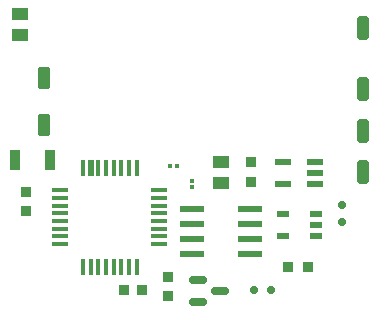
<source format=gbr>
%TF.GenerationSoftware,KiCad,Pcbnew,9.0.1*%
%TF.CreationDate,2025-06-29T08:21:18-07:00*%
%TF.ProjectId,Complete_Watch,436f6d70-6c65-4746-955f-57617463682e,rev?*%
%TF.SameCoordinates,Original*%
%TF.FileFunction,Paste,Bot*%
%TF.FilePolarity,Positive*%
%FSLAX46Y46*%
G04 Gerber Fmt 4.6, Leading zero omitted, Abs format (unit mm)*
G04 Created by KiCad (PCBNEW 9.0.1) date 2025-06-29 08:21:18*
%MOMM*%
%LPD*%
G01*
G04 APERTURE LIST*
G04 Aperture macros list*
%AMRoundRect*
0 Rectangle with rounded corners*
0 $1 Rounding radius*
0 $2 $3 $4 $5 $6 $7 $8 $9 X,Y pos of 4 corners*
0 Add a 4 corners polygon primitive as box body*
4,1,4,$2,$3,$4,$5,$6,$7,$8,$9,$2,$3,0*
0 Add four circle primitives for the rounded corners*
1,1,$1+$1,$2,$3*
1,1,$1+$1,$4,$5*
1,1,$1+$1,$6,$7*
1,1,$1+$1,$8,$9*
0 Add four rect primitives between the rounded corners*
20,1,$1+$1,$2,$3,$4,$5,0*
20,1,$1+$1,$4,$5,$6,$7,0*
20,1,$1+$1,$6,$7,$8,$9,0*
20,1,$1+$1,$8,$9,$2,$3,0*%
G04 Aperture macros list end*
%ADD10R,1.346200X0.400000*%
%ADD11R,0.400000X1.346200*%
%ADD12R,0.508000X1.346200*%
%ADD13RoundRect,0.150000X-0.350000X0.802500X-0.350000X-0.802500X0.350000X-0.802500X0.350000X0.802500X0*%
%ADD14RoundRect,0.150000X-0.587500X-0.150000X0.587500X-0.150000X0.587500X0.150000X-0.587500X0.150000X0*%
%ADD15RoundRect,0.150000X-0.150000X-0.200000X0.150000X-0.200000X0.150000X0.200000X-0.150000X0.200000X0*%
%ADD16R,1.320800X0.558800*%
%ADD17RoundRect,0.150000X0.350000X0.850000X-0.350000X0.850000X-0.350000X-0.850000X0.350000X-0.850000X0*%
%ADD18RoundRect,0.144117X0.336272X0.855883X-0.336272X0.855883X-0.336272X-0.855883X0.336272X-0.855883X0*%
%ADD19R,0.890000X0.930000*%
%ADD20R,0.930000X0.890000*%
%ADD21R,0.900000X0.970000*%
%ADD22R,1.420000X1.080000*%
%ADD23RoundRect,0.082500X0.117500X-0.082500X0.117500X0.082500X-0.117500X0.082500X-0.117500X-0.082500X0*%
%ADD24RoundRect,0.095000X0.105000X-0.095000X0.105000X0.095000X-0.105000X0.095000X-0.105000X-0.095000X0*%
%ADD25R,0.970000X1.730000*%
%ADD26RoundRect,0.073750X0.911250X0.221250X-0.911250X0.221250X-0.911250X-0.221250X0.911250X-0.221250X0*%
%ADD27RoundRect,0.150000X-0.200000X0.150000X-0.200000X-0.150000X0.200000X-0.150000X0.200000X0.150000X0*%
%ADD28R,0.977900X0.508000*%
%ADD29RoundRect,0.082500X-0.082500X-0.117500X0.082500X-0.117500X0.082500X0.117500X-0.082500X0.117500X0*%
%ADD30RoundRect,0.095000X-0.095000X-0.105000X0.095000X-0.105000X0.095000X0.105000X-0.095000X0.105000X0*%
G04 APERTURE END LIST*
D10*
%TO.C,U2*%
X223247500Y-93046201D03*
X223247500Y-93696199D03*
X223247500Y-94346201D03*
X223247500Y-94996199D03*
X223247500Y-95646201D03*
X223247500Y-96296199D03*
X223247500Y-96946201D03*
X223247500Y-97596199D03*
D11*
X221344199Y-99499500D03*
X220694201Y-99499500D03*
X220044199Y-99499500D03*
X219394201Y-99499500D03*
X218744199Y-99499500D03*
X218094201Y-99499500D03*
X217444199Y-99499500D03*
X216794201Y-99499500D03*
D10*
X214890900Y-97596199D03*
X214890900Y-96946201D03*
X214890900Y-96296199D03*
X214890900Y-95646201D03*
X214890900Y-94996199D03*
X214890900Y-94346201D03*
X214890900Y-93696199D03*
X214890900Y-93046201D03*
D11*
X216794201Y-91142900D03*
D12*
X217444199Y-91142900D03*
D11*
X218094201Y-91142900D03*
X218744199Y-91142900D03*
X219394201Y-91142900D03*
X220044199Y-91142900D03*
X220694201Y-91142900D03*
X221344199Y-91142900D03*
%TD*%
D13*
%TO.C,BB_B1*%
X213500000Y-87500000D03*
X213500000Y-83500000D03*
%TD*%
D14*
%TO.C,Q1*%
X226500000Y-102500000D03*
X226500000Y-100600000D03*
X228375001Y-101550000D03*
%TD*%
D15*
%TO.C,DB2*%
X232700000Y-101500000D03*
X231300000Y-101500000D03*
%TD*%
D16*
%TO.C,CHG1*%
X236440800Y-90620400D03*
X236440800Y-91560200D03*
X236440800Y-92500000D03*
X233697600Y-92500000D03*
X233697600Y-90620400D03*
%TD*%
D17*
%TO.C,POGO1*%
X240500000Y-84500000D03*
X240500000Y-88000000D03*
X240500000Y-91500000D03*
D18*
X240480389Y-79294519D03*
%TD*%
D19*
%TO.C,R4*%
X234186000Y-99500000D03*
X235814000Y-99500000D03*
%TD*%
D20*
%TO.C,R3*%
X224000000Y-102000000D03*
X224000000Y-100372000D03*
%TD*%
%TO.C,R2*%
X212000000Y-93186000D03*
X212000000Y-94814000D03*
%TD*%
D21*
%TO.C,R6*%
X221760000Y-101500000D03*
X220240000Y-101500000D03*
%TD*%
D22*
%TO.C,C1*%
X211500000Y-79895001D03*
X211500000Y-78104999D03*
%TD*%
%TO.C,C2*%
X228500000Y-90604999D03*
X228500000Y-92395001D03*
%TD*%
D23*
%TO.C,R8*%
X226000000Y-92805001D03*
D24*
X226000000Y-92220000D03*
%TD*%
D25*
%TO.C,R5*%
X211020000Y-90500000D03*
X213980000Y-90500000D03*
%TD*%
D26*
%TO.C,U3*%
X230975000Y-94595000D03*
X230975000Y-95865000D03*
X230975000Y-97135000D03*
X230975000Y-98405000D03*
X226025000Y-98405000D03*
X226025000Y-97135000D03*
X226025000Y-95865000D03*
X226025000Y-94595000D03*
%TD*%
D27*
%TO.C,DB1*%
X238756800Y-95700000D03*
X238756800Y-94300000D03*
%TD*%
D28*
%TO.C,U1*%
X236500050Y-95049999D03*
X236500050Y-96000000D03*
X236500050Y-96950001D03*
X233769550Y-96950001D03*
X233769550Y-95049999D03*
%TD*%
D29*
%TO.C,R7*%
X224194999Y-91000000D03*
D30*
X224780000Y-91000000D03*
%TD*%
D20*
%TO.C,R1*%
X231000000Y-90686000D03*
X231000000Y-92314000D03*
%TD*%
M02*

</source>
